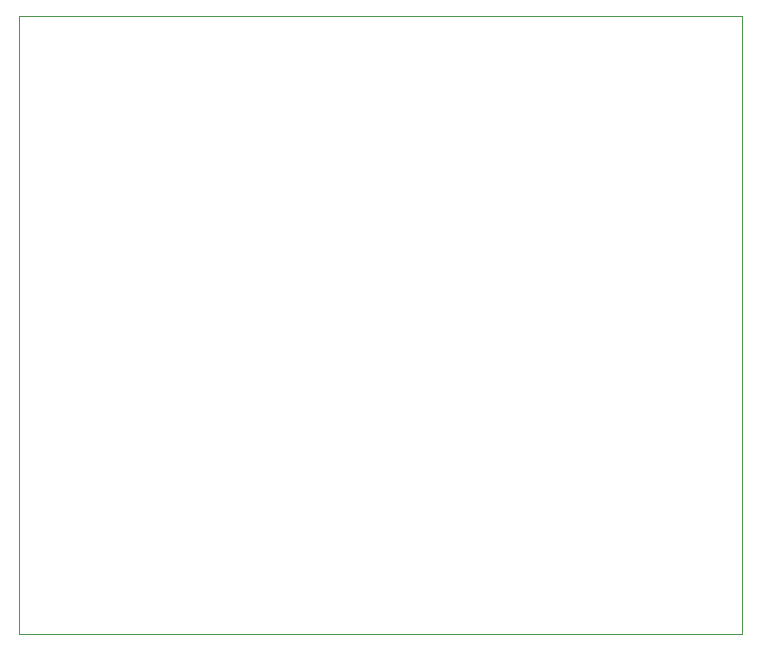
<source format=gbr>
%TF.GenerationSoftware,KiCad,Pcbnew,(6.0.11)*%
%TF.CreationDate,2023-03-14T22:18:48-05:00*%
%TF.ProjectId,rx02-mega2560-pro,72783032-2d6d-4656-9761-323536302d70,rev?*%
%TF.SameCoordinates,Original*%
%TF.FileFunction,Profile,NP*%
%FSLAX46Y46*%
G04 Gerber Fmt 4.6, Leading zero omitted, Abs format (unit mm)*
G04 Created by KiCad (PCBNEW (6.0.11)) date 2023-03-14 22:18:48*
%MOMM*%
%LPD*%
G01*
G04 APERTURE LIST*
%TA.AperFunction,Profile*%
%ADD10C,0.100000*%
%TD*%
G04 APERTURE END LIST*
D10*
X172847000Y-111760000D02*
X172720000Y-111760000D01*
X111633000Y-59436000D02*
X111760000Y-59436000D01*
X172847000Y-59436000D02*
X172847000Y-60960000D01*
X172847000Y-60960000D02*
X172847000Y-111760000D01*
X172847000Y-59436000D02*
X172720000Y-59436000D01*
X172720000Y-111760000D02*
X111760000Y-111760000D01*
X111760000Y-111760000D02*
X111633000Y-111760000D01*
X111633000Y-111760000D02*
X111633000Y-59436000D01*
X111760000Y-59436000D02*
X172720000Y-59436000D01*
M02*

</source>
